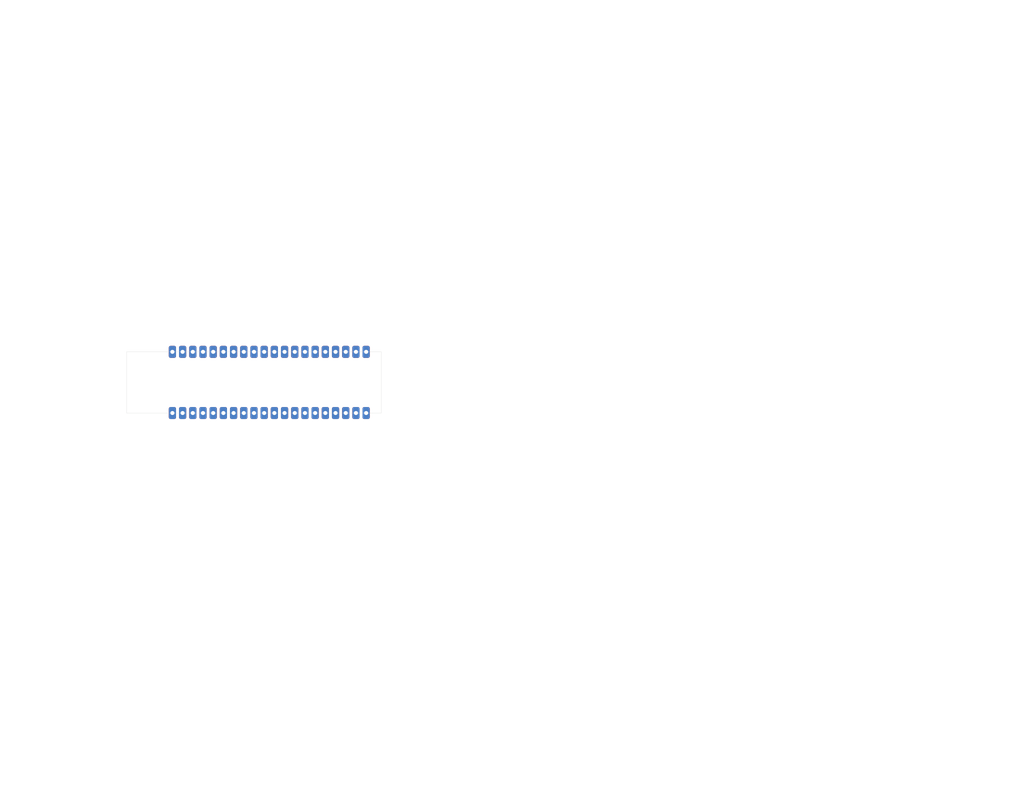
<source format=kicad_pcb>
(kicad_pcb (version 20240108) (generator "pcbnew") (generator_version "8.0")
  (layers (0 "F.Cu" signal) (31 "B.Cu" signal) (34 "B.Paste" user) (35 "F.Paste" user) (36 "B.SilkS" user "B.Silkscreen") (37 "F.SilkS" user "F.Silkscreen") (38 "B.Mask" user) (39 "F.Mask" user) (44 "Edge.Cuts" user))
  (net 0 "")
  (footprint "argos:DIP-40_W15.24mm_Castellated" (layer "B.Cu") (at 82.9 74.6 -90)
    (property "Reference" "U1")
    (property "Value" "~")
    (pad "1" thru_hole roundrect (at 0 0 270) (size 3 1.8) (drill 1) (property pad_prop_castellated) (layers "*.Cu" "*.Mask"))
    (pad "2" thru_hole roundrect (at 0 -2.54 270) (size 3 1.8) (drill 1) (property pad_prop_castellated) (layers "*.Cu" "*.Mask"))
    (pad "3" thru_hole roundrect (at 0 -5.08 270) (size 3 1.8) (drill 1) (property pad_prop_castellated) (layers "*.Cu" "*.Mask"))
    (pad "4" thru_hole roundrect (at 0 -7.62 270) (size 3 1.8) (drill 1) (property pad_prop_castellated) (layers "*.Cu" "*.Mask"))
    (pad "5" thru_hole roundrect (at 0 -10.16 270) (size 3 1.8) (drill 1) (property pad_prop_castellated) (layers "*.Cu" "*.Mask"))
    (pad "6" thru_hole roundrect (at 0 -12.7 270) (size 3 1.8) (drill 1) (property pad_prop_castellated) (layers "*.Cu" "*.Mask"))
    (pad "7" thru_hole roundrect (at 0 -15.24 270) (size 3 1.8) (drill 1) (property pad_prop_castellated) (layers "*.Cu" "*.Mask"))
    (pad "8" thru_hole roundrect (at 0 -17.78 270) (size 3 1.8) (drill 1) (property pad_prop_castellated) (layers "*.Cu" "*.Mask"))
    (pad "9" thru_hole roundrect (at 0 -20.32 270) (size 3 1.8) (drill 1) (property pad_prop_castellated) (layers "*.Cu" "*.Mask"))
    (pad "10" thru_hole roundrect (at 0 -22.86 270) (size 3 1.8) (drill 1) (property pad_prop_castellated) (layers "*.Cu" "*.Mask"))
    (pad "11" thru_hole roundrect (at 0 -25.4 270) (size 3 1.8) (drill 1) (property pad_prop_castellated) (layers "*.Cu" "*.Mask"))
    (pad "12" thru_hole roundrect (at 0 -27.94 270) (size 3 1.8) (drill 1) (property pad_prop_castellated) (layers "*.Cu" "*.Mask"))
    (pad "13" thru_hole roundrect (at 0 -30.48 270) (size 3 1.8) (drill 1) (property pad_prop_castellated) (layers "*.Cu" "*.Mask"))
    (pad "14" thru_hole roundrect (at 0 -33.02 270) (size 3 1.8) (drill 1) (property pad_prop_castellated) (layers "*.Cu" "*.Mask"))
    (pad "15" thru_hole roundrect (at 0 -35.56 270) (size 3 1.8) (drill 1) (property pad_prop_castellated) (layers "*.Cu" "*.Mask"))
    (pad "16" thru_hole roundrect (at 0 -38.1 270) (size 3 1.8) (drill 1) (property pad_prop_castellated) (layers "*.Cu" "*.Mask"))
    (pad "17" thru_hole roundrect (at 0 -40.64 270) (size 3 1.8) (drill 1) (property pad_prop_castellated) (layers "*.Cu" "*.Mask"))
    (pad "18" thru_hole roundrect (at 0 -43.18 270) (size 3 1.8) (drill 1) (property pad_prop_castellated) (layers "*.Cu" "*.Mask"))
    (pad "19" thru_hole roundrect (at 0 -45.72 270) (size 3 1.8) (drill 1) (property pad_prop_castellated) (layers "*.Cu" "*.Mask"))
    (pad "20" thru_hole roundrect (at 0 -48.26 270) (size 3 1.8) (drill 1) (property pad_prop_castellated) (layers "*.Cu" "*.Mask"))
    (pad "21" thru_hole roundrect (at 15.24 -48.26 270) (size 3 1.8) (drill 1) (property pad_prop_castellated) (layers "*.Cu" "*.Mask"))
    (pad "22" thru_hole roundrect (at 15.24 -45.72 270) (size 3 1.8) (drill 1) (property pad_prop_castellated) (layers "*.Cu" "*.Mask"))
    (pad "23" thru_hole roundrect (at 15.24 -43.18 270) (size 3 1.8) (drill 1) (property pad_prop_castellated) (layers "*.Cu" "*.Mask"))
    (pad "24" thru_hole roundrect (at 15.24 -40.64 270) (size 3 1.8) (drill 1) (property pad_prop_castellated) (layers "*.Cu" "*.Mask"))
    (pad "25" thru_hole roundrect (at 15.24 -38.1 270) (size 3 1.8) (drill 1) (property pad_prop_castellated) (layers "*.Cu" "*.Mask"))
    (pad "26" thru_hole roundrect (at 15.24 -35.56 270) (size 3 1.8) (drill 1) (property pad_prop_castellated) (layers "*.Cu" "*.Mask"))
    (pad "27" thru_hole roundrect (at 15.24 -33.02 270) (size 3 1.8) (drill 1) (property pad_prop_castellated) (layers "*.Cu" "*.Mask"))
    (pad "28" thru_hole roundrect (at 15.24 -30.48 270) (size 3 1.8) (drill 1) (property pad_prop_castellated) (layers "*.Cu" "*.Mask"))
    (pad "29" thru_hole roundrect (at 15.24 -27.94 270) (size 3 1.8) (drill 1) (property pad_prop_castellated) (layers "*.Cu" "*.Mask"))
    (pad "30" thru_hole roundrect (at 15.24 -25.4 270) (size 3 1.8) (drill 1) (property pad_prop_castellated) (layers "*.Cu" "*.Mask"))
    (pad "31" thru_hole roundrect (at 15.24 -22.86 270) (size 3 1.8) (drill 1) (property pad_prop_castellated) (layers "*.Cu" "*.Mask"))
    (pad "32" thru_hole roundrect (at 15.24 -20.32 270) (size 3 1.8) (drill 1) (property pad_prop_castellated) (layers "*.Cu" "*.Mask"))
    (pad "33" thru_hole roundrect (at 15.24 -17.78 270) (size 3 1.8) (drill 1) (property pad_prop_castellated) (layers "*.Cu" "*.Mask"))
    (pad "34" thru_hole roundrect (at 15.24 -15.24 270) (size 3 1.8) (drill 1) (property pad_prop_castellated) (layers "*.Cu" "*.Mask"))
    (pad "35" thru_hole roundrect (at 15.24 -12.7 270) (size 3 1.8) (drill 1) (property pad_prop_castellated) (layers "*.Cu" "*.Mask"))
    (pad "36" thru_hole roundrect (at 15.24 -10.16 270) (size 3 1.8) (drill 1) (property pad_prop_castellated) (layers "*.Cu" "*.Mask"))
    (pad "37" thru_hole roundrect (at 15.24 -7.62 270) (size 3 1.8) (drill 1) (property pad_prop_castellated) (layers "*.Cu" "*.Mask"))
    (pad "38" thru_hole roundrect (at 15.24 -5.08 270) (size 3 1.8) (drill 1) (property pad_prop_castellated) (layers "*.Cu" "*.Mask"))
    (pad "39" thru_hole roundrect (at 15.24 -2.54 270) (size 3 1.8) (drill 1) (property pad_prop_castellated) (layers "*.Cu" "*.Mask"))
    (pad "40" thru_hole roundrect (at 15.24 0 270) (size 3 1.8) (drill 1) (property pad_prop_castellated) (layers "*.Cu" "*.Mask"))
  )
  (gr_rect (start 71.47 74.6) (end 134.97 89.84) (stroke (width 0.05)) (fill none) (layer "Edge.Cuts"))
)
</source>
